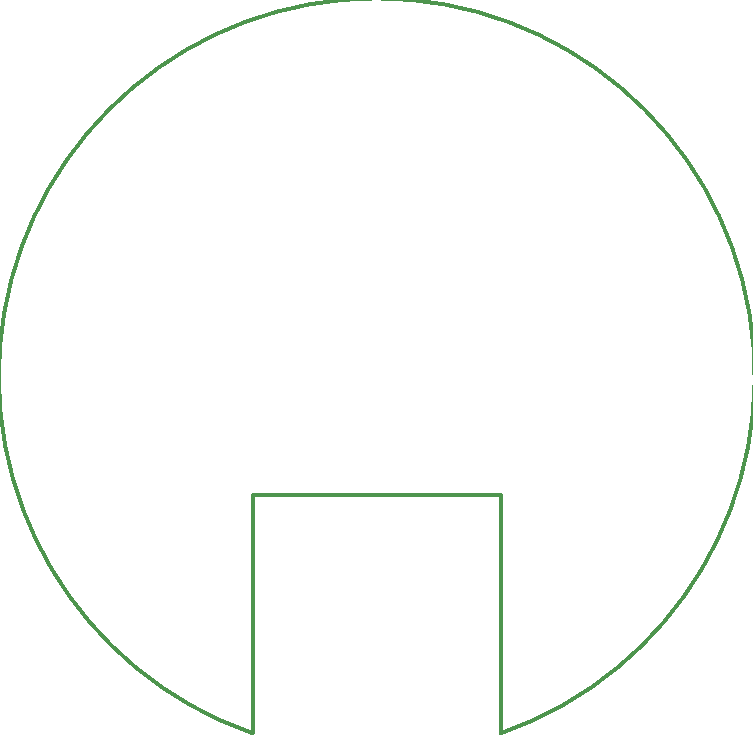
<source format=gbr>
G04 #@! TF.GenerationSoftware,KiCad,Pcbnew,(5.1.2)-2*
G04 #@! TF.CreationDate,2019-10-20T14:34:10-03:00*
G04 #@! TF.ProjectId,placa_sensores,706c6163-615f-4736-956e-736f7265732e,rev?*
G04 #@! TF.SameCoordinates,Original*
G04 #@! TF.FileFunction,Profile,NP*
%FSLAX46Y46*%
G04 Gerber Fmt 4.6, Leading zero omitted, Abs format (unit mm)*
G04 Created by KiCad (PCBNEW (5.1.2)-2) date 2019-10-20 14:34:10*
%MOMM*%
%LPD*%
G04 APERTURE LIST*
%ADD10C,0.300000*%
G04 APERTURE END LIST*
D10*
X54410062Y-65135136D02*
X75410062Y-65135136D01*
X54410062Y-85348657D02*
X54410062Y-65135136D01*
X75410062Y-65135136D02*
X75410062Y-85348657D01*
X54410062Y-85348657D02*
G75*
G02X75410062Y-85348657I10500000J30228298D01*
G01*
M02*

</source>
